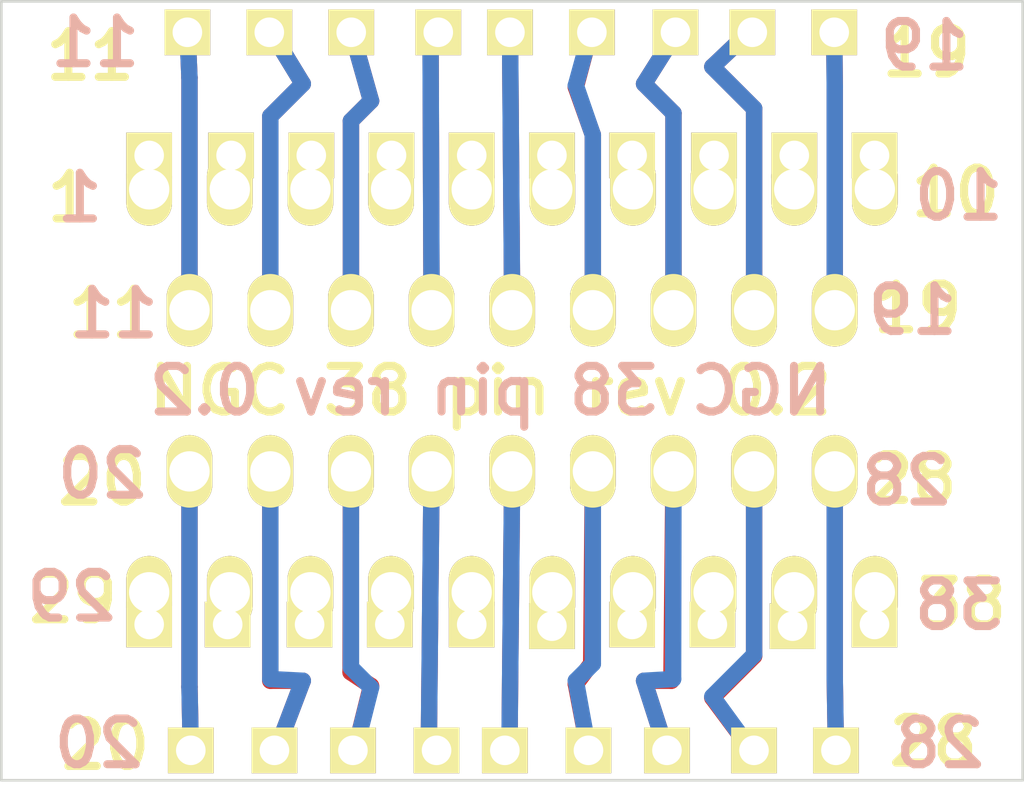
<source format=kicad_pcb>
(kicad_pcb (version 3) (host pcbnew "(2013-07-07 BZR 4022)-stable")

  (general
    (links 38)
    (no_connects 0)
    (area 130.949999 132.969 169.050001 165.061901)
    (thickness 1.6)
    (drawings 30)
    (tracks 96)
    (zones 0)
    (modules 5)
    (nets 39)
  )

  (page A)
  (title_block 
    (title "NGC 38 pin")
    (rev R0.1)
    (company rusEFI)
  )

  (layers
    (15 F.Cu signal)
    (0 B.Cu signal)
    (16 B.Adhes user)
    (17 F.Adhes user)
    (18 B.Paste user)
    (19 F.Paste user)
    (20 B.SilkS user)
    (21 F.SilkS user)
    (22 B.Mask user)
    (23 F.Mask user)
    (24 Dwgs.User user)
    (25 Cmts.User user)
    (26 Eco1.User user)
    (27 Eco2.User user)
    (28 Edge.Cuts user)
  )

  (setup
    (last_trace_width 0.6096)
    (trace_clearance 0.254)
    (zone_clearance 0.508)
    (zone_45_only no)
    (trace_min 0.254)
    (segment_width 0.2)
    (edge_width 0.1)
    (via_size 0.889)
    (via_drill 0.635)
    (via_min_size 0.889)
    (via_min_drill 0.508)
    (uvia_size 0.508)
    (uvia_drill 0.127)
    (uvias_allowed no)
    (uvia_min_size 0.508)
    (uvia_min_drill 0.127)
    (pcb_text_width 0.3)
    (pcb_text_size 1.5 1.5)
    (mod_edge_width 0.15)
    (mod_text_size 1 1)
    (mod_text_width 0.15)
    (pad_size 1.7 1.7)
    (pad_drill 1.1)
    (pad_to_mask_clearance 0)
    (aux_axis_origin 0 0)
    (visible_elements 7FFFFB3F)
    (pcbplotparams
      (layerselection 334528513)
      (usegerberextensions true)
      (excludeedgelayer true)
      (linewidth 0.150000)
      (plotframeref false)
      (viasonmask false)
      (mode 1)
      (useauxorigin false)
      (hpglpennumber 1)
      (hpglpenspeed 20)
      (hpglpendiameter 15)
      (hpglpenoverlay 2)
      (psnegative false)
      (psa4output false)
      (plotreference true)
      (plotvalue true)
      (plotothertext true)
      (plotinvisibletext false)
      (padsonsilk false)
      (subtractmaskfromsilk false)
      (outputformat 1)
      (mirror false)
      (drillshape 0)
      (scaleselection 1)
      (outputdirectory NGC_38_connector_gerber))
  )

  (net 0 "")
  (net 1 N-000001)
  (net 2 N-0000010)
  (net 3 N-0000011)
  (net 4 N-0000012)
  (net 5 N-0000013)
  (net 6 N-0000014)
  (net 7 N-0000015)
  (net 8 N-0000016)
  (net 9 N-0000017)
  (net 10 N-0000018)
  (net 11 N-0000019)
  (net 12 N-000002)
  (net 13 N-0000020)
  (net 14 N-0000021)
  (net 15 N-0000022)
  (net 16 N-0000023)
  (net 17 N-0000024)
  (net 18 N-0000025)
  (net 19 N-0000026)
  (net 20 N-0000027)
  (net 21 N-0000028)
  (net 22 N-0000029)
  (net 23 N-000003)
  (net 24 N-0000030)
  (net 25 N-0000031)
  (net 26 N-0000032)
  (net 27 N-0000033)
  (net 28 N-0000034)
  (net 29 N-0000035)
  (net 30 N-0000036)
  (net 31 N-0000037)
  (net 32 N-0000038)
  (net 33 N-000004)
  (net 34 N-000005)
  (net 35 N-000006)
  (net 36 N-000007)
  (net 37 N-000008)
  (net 38 N-000009)

  (net_class Default "This is the default net class."
    (clearance 0.254)
    (trace_width 0.6096)
    (via_dia 0.889)
    (via_drill 0.635)
    (uvia_dia 0.508)
    (uvia_drill 0.127)
    (add_net "")
    (add_net N-000001)
    (add_net N-0000010)
    (add_net N-0000011)
    (add_net N-0000012)
    (add_net N-0000013)
    (add_net N-0000014)
    (add_net N-0000015)
    (add_net N-0000016)
    (add_net N-0000017)
    (add_net N-0000018)
    (add_net N-0000019)
    (add_net N-000002)
    (add_net N-0000020)
    (add_net N-0000021)
    (add_net N-0000022)
    (add_net N-0000023)
    (add_net N-0000024)
    (add_net N-0000025)
    (add_net N-0000026)
    (add_net N-0000027)
    (add_net N-0000028)
    (add_net N-0000029)
    (add_net N-000003)
    (add_net N-0000030)
    (add_net N-0000031)
    (add_net N-0000032)
    (add_net N-0000033)
    (add_net N-0000034)
    (add_net N-0000035)
    (add_net N-0000036)
    (add_net N-0000037)
    (add_net N-0000038)
    (add_net N-000004)
    (add_net N-000005)
    (add_net N-000006)
    (add_net N-000007)
    (add_net N-000008)
    (add_net N-000009)
  )

  (module SIL-10 (layer F.Cu) (tedit 5569DE2C) (tstamp 5569D8A5)
    (at 149.708 141.237)
    (descr "Connecteur 10 pins")
    (tags "CONN DEV")
    (path /543BAEB3)
    (fp_text reference P2 (at -14.605 0) (layer F.SilkS) hide
      (effects (font (size 1.72974 1.08712) (thickness 0.27178)))
    )
    (fp_text value CONN_10 (at 6.35 -2.54) (layer F.SilkS) hide
      (effects (font (size 1.524 1.016) (thickness 0.254)))
    )
    (pad 1 thru_hole rect (at -13.208 0) (size 1.7 1.7) (drill 1.1)
      (layers *.Cu *.Mask F.SilkS)
      (net 3 N-0000011)
    )
    (pad 2 thru_hole rect (at -10.16 0) (size 1.7 1.7) (drill 1.1)
      (layers *.Cu *.Mask F.SilkS)
      (net 2 N-0000010)
    )
    (pad 3 thru_hole rect (at -7.1755 0) (size 1.7 1.7) (drill 1.1)
      (layers *.Cu *.Mask F.SilkS)
      (net 38 N-000009)
    )
    (pad 4 thru_hole rect (at -4.191 0) (size 1.7 1.7) (drill 1.1)
      (layers *.Cu *.Mask F.SilkS)
      (net 37 N-000008)
    )
    (pad 5 thru_hole rect (at -1.2065 0) (size 1.7 1.7) (drill 1.1)
      (layers *.Cu *.Mask F.SilkS)
      (net 36 N-000007)
    )
    (pad 6 thru_hole rect (at 1.778 0) (size 1.7 1.7) (drill 1.1)
      (layers *.Cu *.Mask F.SilkS)
      (net 35 N-000006)
    )
    (pad 7 thru_hole rect (at 4.7625 0) (size 1.7 1.7) (drill 1.1)
      (layers *.Cu *.Mask F.SilkS)
      (net 34 N-000005)
    )
    (pad 8 thru_hole rect (at 7.8105 0) (size 1.7 1.7) (drill 1.1)
      (layers *.Cu *.Mask F.SilkS)
      (net 33 N-000004)
    )
    (pad 9 thru_hole rect (at 10.795 0) (size 1.7 1.7) (drill 1.1)
      (layers *.Cu *.Mask F.SilkS)
      (net 23 N-000003)
    )
    (pad 10 thru_hole rect (at 13.7795 0) (size 1.7 1.7) (drill 1.1)
      (layers *.Cu *.Mask F.SilkS)
      (net 12 N-000002)
    )
  )

  (module SIL-9 (layer F.Cu) (tedit 5569E764) (tstamp 543ED05C)
    (at 149.733 163.3855)
    (descr "Connecteur 9 pins")
    (tags "CONN DEV")
    (path /543ECFDE)
    (fp_text reference P5 (at -13.335 0) (layer F.SilkS) hide
      (effects (font (size 1.72974 1.08712) (thickness 0.27178)))
    )
    (fp_text value CONN_9 (at 5.08 -2.54) (layer F.SilkS) hide
      (effects (font (size 1.524 1.016) (thickness 0.254)))
    )
    (pad 1 thru_hole rect (at -11.684 0) (size 1.7 1.7) (drill 1.1)
      (layers *.Cu *.Mask F.SilkS)
      (net 8 N-0000016)
    )
    (pad 2 thru_hole rect (at -8.5725 0) (size 1.7 1.7) (drill 1.1)
      (layers *.Cu *.Mask F.SilkS)
      (net 21 N-0000028)
    )
    (pad 3 thru_hole rect (at -5.6515 0) (size 1.7 1.7) (drill 1.1)
      (layers *.Cu *.Mask F.SilkS)
      (net 20 N-0000027)
    )
    (pad 4 thru_hole rect (at -2.54 0) (size 1.7 1.7) (drill 1.1)
      (layers *.Cu *.Mask F.SilkS)
      (net 19 N-0000026)
    )
    (pad 5 thru_hole rect (at 0 0) (size 1.7 1.7) (drill 1.1)
      (layers *.Cu *.Mask F.SilkS)
      (net 18 N-0000025)
    )
    (pad 6 thru_hole rect (at 3.1115 0) (size 1.7 1.7) (drill 1.1)
      (layers *.Cu *.Mask F.SilkS)
      (net 17 N-0000024)
    )
    (pad 7 thru_hole rect (at 6.0325 0) (size 1.7 1.7) (drill 1.1)
      (layers *.Cu *.Mask F.SilkS)
      (net 16 N-0000023)
    )
    (pad 8 thru_hole rect (at 9.271 0) (size 1.7 1.7) (drill 1.1)
      (layers *.Cu *.Mask F.SilkS)
      (net 15 N-0000022)
    )
    (pad 9 thru_hole rect (at 12.319 0) (size 1.7 1.7) (drill 1.1)
      (layers *.Cu *.Mask F.SilkS)
      (net 14 N-0000021)
    )
  )

  (module SIL-9 (layer F.Cu) (tedit 5569E703) (tstamp 543ED06E)
    (at 149.7965 136.652)
    (descr "Connecteur 9 pins")
    (tags "CONN DEV")
    (path /543ECFEB)
    (fp_text reference P3 (at -13.09 0.11) (layer F.SilkS) hide
      (effects (font (size 1.72974 1.08712) (thickness 0.27178)))
    )
    (fp_text value CONN_9 (at 5.08 -2.54) (layer F.SilkS) hide
      (effects (font (size 1.524 1.016) (thickness 0.254)))
    )
    (pad 1 thru_hole rect (at -11.8745 0) (size 1.7 1.7) (drill 1.1)
      (layers *.Cu *.Mask F.SilkS)
      (net 13 N-0000020)
    )
    (pad 2 thru_hole rect (at -8.8265 0) (size 1.7 1.7) (drill 1.1)
      (layers *.Cu *.Mask F.SilkS)
      (net 11 N-0000019)
    )
    (pad 3 thru_hole rect (at -5.7785 0) (size 1.7 1.7) (drill 1.1)
      (layers *.Cu *.Mask F.SilkS)
      (net 10 N-0000018)
    )
    (pad 4 thru_hole rect (at -2.54 0) (size 1.7 1.7) (drill 1.1)
      (layers *.Cu *.Mask F.SilkS)
      (net 9 N-0000017)
    )
    (pad 5 thru_hole rect (at 0.127 0) (size 1.7 1.7) (drill 1.1)
      (layers *.Cu *.Mask F.SilkS)
      (net 1 N-000001)
    )
    (pad 6 thru_hole rect (at 3.175 0) (size 1.7 1.7) (drill 1.1)
      (layers *.Cu *.Mask F.SilkS)
      (net 7 N-0000015)
    )
    (pad 7 thru_hole rect (at 6.2865 0) (size 1.7 1.7) (drill 1.1)
      (layers *.Cu *.Mask F.SilkS)
      (net 6 N-0000014)
    )
    (pad 8 thru_hole rect (at 9.144 0) (size 1.7 1.7) (drill 1.1)
      (layers *.Cu *.Mask F.SilkS)
      (net 5 N-0000013)
    )
    (pad 9 thru_hole rect (at 12.192 0) (size 1.7 1.7) (drill 1.1)
      (layers *.Cu *.Mask F.SilkS)
      (net 4 N-0000012)
    )
  )

  (module SIL-10 (layer F.Cu) (tedit 5569E2BE) (tstamp 543ED081)
    (at 149.2635 158.6995)
    (descr "Connecteur 10 pins")
    (tags "CONN DEV")
    (path /543ECFCF)
    (fp_text reference P4 (at -14.605 0) (layer F.SilkS) hide
      (effects (font (size 1.72974 1.08712) (thickness 0.27178)))
    )
    (fp_text value CONN_10 (at 6.35 -2.54) (layer F.SilkS) hide
      (effects (font (size 1.524 1.016) (thickness 0.254)))
    )
    (pad 1 thru_hole rect (at -12.7635 0) (size 1.7 1.7) (drill 1.1)
      (layers *.Cu *.Mask F.SilkS)
      (net 29 N-0000035)
    )
    (pad 2 thru_hole rect (at -9.8425 0) (size 1.7 1.7) (drill 1.1)
      (layers *.Cu *.Mask F.SilkS)
      (net 28 N-0000034)
    )
    (pad 3 thru_hole rect (at -6.7945 0) (size 1.7 1.7) (drill 1.1)
      (layers *.Cu *.Mask F.SilkS)
      (net 22 N-0000029)
    )
    (pad 4 thru_hole rect (at -3.81 0) (size 1.7 1.7) (drill 1.1)
      (layers *.Cu *.Mask F.SilkS)
      (net 26 N-0000032)
    )
    (pad 5 thru_hole rect (at -0.762 0) (size 1.7 1.7) (drill 1.1)
      (layers *.Cu *.Mask F.SilkS)
      (net 25 N-0000031)
    )
    (pad 6 thru_hole rect (at 2.2225 0.0635) (size 1.7 1.7) (drill 1.1)
      (layers *.Cu *.Mask F.SilkS)
      (net 24 N-0000030)
    )
    (pad 7 thru_hole rect (at 5.207 0) (size 1.7 1.7) (drill 1.1)
      (layers *.Cu *.Mask F.SilkS)
      (net 32 N-0000038)
    )
    (pad 8 thru_hole rect (at 8.1915 0) (size 1.7 1.7) (drill 1.1)
      (layers *.Cu *.Mask F.SilkS)
      (net 31 N-0000037)
    )
    (pad 9 thru_hole rect (at 11.176 0.0635) (size 1.7 1.7) (drill 1.1)
      (layers *.Cu *.Mask F.SilkS)
      (net 30 N-0000036)
    )
    (pad 10 thru_hole rect (at 14.224 0) (size 1.7 1.7) (drill 1.1)
      (layers *.Cu *.Mask F.SilkS)
      (net 27 N-0000033)
    )
  )

  (module PCM_C1 (layer F.Cu) (tedit 54478AE1) (tstamp 5446FAEB)
    (at 136.5 150)
    (descr PCM_CON_4x38_C1)
    (tags PCM_CON_4x38_C1)
    (path /543BAB9B)
    (fp_text reference P1 (at -1.27 0) (layer F.SilkS) hide
      (effects (font (size 1.5 1) (thickness 0.15)))
    )
    (fp_text value DIL38 (at -2.25 0) (layer F.SilkS) hide
      (effects (font (size 1.5 1) (thickness 0.15)))
    )
    (pad 1 thru_hole oval (at 0 -7.5) (size 1.7 2.7) (drill 1.5)
      (layers *.Cu *.Mask F.SilkS)
      (net 3 N-0000011)
      (zone_connect 2)
    )
    (pad 2 thru_hole oval (at 3 -7.5) (size 1.7 2.7) (drill 1.5)
      (layers *.Cu *.Mask F.SilkS)
      (net 2 N-0000010)
    )
    (pad 3 thru_hole oval (at 6 -7.5) (size 1.7 2.7) (drill 1.5)
      (layers *.Cu *.Mask F.SilkS)
      (net 38 N-000009)
    )
    (pad 4 thru_hole oval (at 9 -7.5) (size 1.7 2.7) (drill 1.5)
      (layers *.Cu *.Mask F.SilkS)
      (net 37 N-000008)
    )
    (pad 5 thru_hole oval (at 12 -7.5) (size 1.7 2.7) (drill 1.5)
      (layers *.Cu *.Mask F.SilkS)
      (net 36 N-000007)
    )
    (pad 6 thru_hole oval (at 15 -7.5) (size 1.7 2.7) (drill 1.5)
      (layers *.Cu *.Mask F.SilkS)
      (net 35 N-000006)
    )
    (pad 7 thru_hole oval (at 18 -7.5) (size 1.7 2.7) (drill 1.5)
      (layers *.Cu *.Mask F.SilkS)
      (net 34 N-000005)
    )
    (pad 8 thru_hole oval (at 21 -7.5) (size 1.7 2.7) (drill 1.5)
      (layers *.Cu *.Mask F.SilkS)
      (net 33 N-000004)
    )
    (pad 9 thru_hole oval (at 24 -7.5) (size 1.7 2.7) (drill 1.5)
      (layers *.Cu *.Mask F.SilkS)
      (net 23 N-000003)
    )
    (pad 10 thru_hole oval (at 27 -7.5) (size 1.7 2.7) (drill 1.5)
      (layers *.Cu *.Mask F.SilkS)
      (net 12 N-000002)
    )
    (pad 29 thru_hole oval (at 0 7.5) (size 1.7 2.7) (drill 1.5)
      (layers *.Cu *.Mask F.SilkS)
      (net 29 N-0000035)
    )
    (pad 30 thru_hole oval (at 3 7.5) (size 1.7 2.7) (drill 1.5)
      (layers *.Cu *.Mask F.SilkS)
      (net 28 N-0000034)
    )
    (pad 31 thru_hole oval (at 6 7.5) (size 1.7 2.7) (drill 1.5)
      (layers *.Cu *.Mask F.SilkS)
      (net 22 N-0000029)
    )
    (pad 32 thru_hole oval (at 9 7.5) (size 1.7 2.7) (drill 1.5)
      (layers *.Cu *.Mask F.SilkS)
      (net 26 N-0000032)
    )
    (pad 33 thru_hole oval (at 12 7.5) (size 1.7 2.7) (drill 1.5)
      (layers *.Cu *.Mask F.SilkS)
      (net 25 N-0000031)
    )
    (pad 34 thru_hole oval (at 15 7.5) (size 1.7 2.7) (drill 1.5)
      (layers *.Cu *.Mask F.SilkS)
      (net 24 N-0000030)
    )
    (pad 35 thru_hole oval (at 18 7.5) (size 1.7 2.7) (drill 1.5)
      (layers *.Cu *.Mask F.SilkS)
      (net 32 N-0000038)
    )
    (pad 36 thru_hole oval (at 21 7.5) (size 1.7 2.7) (drill 1.5)
      (layers *.Cu *.Mask F.SilkS)
      (net 31 N-0000037)
    )
    (pad 37 thru_hole oval (at 24 7.5) (size 1.7 2.7) (drill 1.5)
      (layers *.Cu *.Mask F.SilkS)
      (net 30 N-0000036)
    )
    (pad 38 thru_hole oval (at 27 7.5) (size 1.7 2.7) (drill 1.5)
      (layers *.Cu *.Mask F.SilkS)
      (net 27 N-0000033)
    )
    (pad 11 thru_hole oval (at 1.5 -3) (size 1.7 2.7) (drill 1.5)
      (layers *.Cu *.Mask F.SilkS)
      (net 13 N-0000020)
    )
    (pad 12 thru_hole oval (at 4.508 -3) (size 1.7 2.7) (drill 1.5)
      (layers *.Cu *.Mask F.SilkS)
      (net 11 N-0000019)
    )
    (pad 13 thru_hole oval (at 7.508 -3) (size 1.7 2.7) (drill 1.5)
      (layers *.Cu *.Mask F.SilkS)
      (net 10 N-0000018)
    )
    (pad 14 thru_hole oval (at 10.508 -3) (size 1.7 2.7) (drill 1.5)
      (layers *.Cu *.Mask F.SilkS)
      (net 9 N-0000017)
    )
    (pad 15 thru_hole oval (at 13.508 -3) (size 1.7 2.7) (drill 1.5)
      (layers *.Cu *.Mask F.SilkS)
      (net 1 N-000001)
    )
    (pad 16 thru_hole oval (at 16.508 -3) (size 1.7 2.7) (drill 1.5)
      (layers *.Cu *.Mask F.SilkS)
      (net 7 N-0000015)
    )
    (pad 17 thru_hole oval (at 19.508 -3) (size 1.7 2.7) (drill 1.5)
      (layers *.Cu *.Mask F.SilkS)
      (net 6 N-0000014)
    )
    (pad 18 thru_hole oval (at 22.508 -3) (size 1.7 2.7) (drill 1.5)
      (layers *.Cu *.Mask F.SilkS)
      (net 5 N-0000013)
    )
    (pad 19 thru_hole oval (at 25.508 -3) (size 1.7 2.7) (drill 1.5)
      (layers *.Cu *.Mask F.SilkS)
      (net 4 N-0000012)
    )
    (pad 20 thru_hole oval (at 1.5 3) (size 1.7 2.7) (drill 1.5)
      (layers *.Cu *.Mask F.SilkS)
      (net 8 N-0000016)
    )
    (pad 21 thru_hole oval (at 4.508 3) (size 1.7 2.7) (drill 1.5)
      (layers *.Cu *.Mask F.SilkS)
      (net 21 N-0000028)
    )
    (pad 22 thru_hole oval (at 7.508 3) (size 1.7 2.7) (drill 1.5)
      (layers *.Cu *.Mask F.SilkS)
      (net 20 N-0000027)
    )
    (pad 23 thru_hole oval (at 10.508 3) (size 1.7 2.7) (drill 1.5)
      (layers *.Cu *.Mask F.SilkS)
      (net 19 N-0000026)
    )
    (pad 24 thru_hole oval (at 13.508 3) (size 1.7 2.7) (drill 1.5)
      (layers *.Cu *.Mask F.SilkS)
      (net 18 N-0000025)
    )
    (pad 25 thru_hole oval (at 16.508 3) (size 1.7 2.7) (drill 1.5)
      (layers *.Cu *.Mask F.SilkS)
      (net 17 N-0000024)
    )
    (pad 26 thru_hole oval (at 19.508 3) (size 1.7 2.7) (drill 1.5)
      (layers *.Cu *.Mask F.SilkS)
      (net 16 N-0000023)
    )
    (pad 27 thru_hole oval (at 22.508 3) (size 1.7 2.7) (drill 1.5)
      (layers *.Cu *.Mask F.SilkS)
      (net 15 N-0000022)
    )
    (pad 28 thru_hole oval (at 25.508 3) (size 1.7 2.7) (drill 1.5)
      (layers *.Cu *.Mask F.SilkS)
      (net 14 N-0000021)
    )
  )

  (gr_text 20 (at 134.62 163.1315) (layer B.SilkS)
    (effects (font (size 1.7 1.7) (thickness 0.3)) (justify mirror))
  )
  (gr_text 20 (at 134.747 153.0985) (layer B.SilkS)
    (effects (font (size 1.7 1.7) (thickness 0.3)) (justify mirror))
  )
  (gr_text 28 (at 165.9255 163.1315) (layer B.SilkS)
    (effects (font (size 1.7 1.7) (thickness 0.3)) (justify mirror))
  )
  (gr_text 28 (at 164.6555 153.3525) (layer B.SilkS)
    (effects (font (size 1.7 1.7) (thickness 0.3)) (justify mirror))
  )
  (gr_text 28 (at 164.9095 153.289) (layer F.SilkS)
    (effects (font (size 1.7 1.7) (thickness 0.3)))
  )
  (gr_text 28 (at 165.6715 163.068) (layer F.SilkS)
    (effects (font (size 1.7 1.7) (thickness 0.3)))
  )
  (gr_text 20 (at 134.874 163.195) (layer F.SilkS)
    (effects (font (size 1.7 1.7) (thickness 0.3)))
  )
  (gr_text 20 (at 134.747 153.3525) (layer F.SilkS)
    (effects (font (size 1.7 1.7) (thickness 0.3)))
  )
  (gr_text 38 (at 166.751 157.9245) (layer F.SilkS)
    (effects (font (size 1.7 1.7) (thickness 0.3)))
  )
  (gr_text 29 (at 133.6675 157.734) (layer F.SilkS)
    (effects (font (size 1.7 1.7) (thickness 0.3)))
  )
  (gr_text 29 (at 133.604 157.6705) (layer B.SilkS)
    (effects (font (size 1.7 1.7) (thickness 0.3)) (justify mirror))
  )
  (gr_text 11 (at 135.1915 147.1295) (layer B.SilkS)
    (effects (font (size 1.7 1.7) (thickness 0.3)) (justify mirror))
  )
  (gr_text 11 (at 134.493 137.033) (layer B.SilkS)
    (effects (font (size 1.7 1.7) (thickness 0.3)) (justify mirror))
  )
  (gr_text 11 (at 135.128 147.1295) (layer F.SilkS)
    (effects (font (size 1.7 1.7) (thickness 0.3)))
  )
  (gr_text 11 (at 134.3025 137.541) (layer F.SilkS)
    (effects (font (size 1.7 1.7) (thickness 0.3)))
  )
  (gr_text 1 (at 133.5405 142.8115) (layer F.SilkS)
    (effects (font (size 1.7 1.7) (thickness 0.3)))
  )
  (gr_text 1 (at 133.9215 142.8115) (layer B.SilkS)
    (effects (font (size 1.7 1.7) (thickness 0.3)) (justify mirror))
  )
  (gr_text 19 (at 165.354 137.16) (layer B.SilkS)
    (effects (font (size 1.7 1.7) (thickness 0.3)) (justify mirror))
  )
  (gr_text 19 (at 165.4175 137.414) (layer F.SilkS)
    (effects (font (size 1.7 1.7) (thickness 0.3)))
  )
  (gr_text 19 (at 165.1 146.939) (layer F.SilkS)
    (effects (font (size 1.7 1.7) (thickness 0.3)))
  )
  (gr_text 10 (at 166.497 142.621) (layer F.SilkS)
    (effects (font (size 1.7 1.7) (thickness 0.3)))
  )
  (gr_text 38 (at 166.624 157.988) (layer B.SilkS)
    (effects (font (size 1.7 1.7) (thickness 0.3)) (justify mirror))
  )
  (gr_text 19 (at 164.9095 147.0025) (layer B.SilkS)
    (effects (font (size 1.7 1.7) (thickness 0.3)) (justify mirror))
  )
  (gr_text 10 (at 166.624 142.748) (layer B.SilkS)
    (effects (font (size 1.7 1.7) (thickness 0.3)) (justify mirror))
  )
  (gr_text "NGC 38 pin rev 0.2" (at 149.2 150) (layer B.SilkS)
    (effects (font (size 1.7 1.7) (thickness 0.3)) (justify mirror))
  )
  (gr_line (start 169 135.5) (end 131 135.5) (angle 90) (layer Edge.Cuts) (width 0.1))
  (gr_line (start 169 164.5) (end 169 135.5) (angle 90) (layer Edge.Cuts) (width 0.1))
  (gr_line (start 131 164.5) (end 131 135.5) (angle 90) (layer Edge.Cuts) (width 0.1))
  (gr_line (start 169 164.5) (end 131 164.5) (angle 90) (layer Edge.Cuts) (width 0.1))
  (gr_text "NGC 38 pin rev 0.2" (at 149.2 150) (layer F.SilkS)
    (effects (font (size 1.7 1.7) (thickness 0.3)))
  )

  (segment (start 150.008 147) (end 149.9235 136.271) (width 0.6096) (layer F.Cu) (net 1) (status 20))
  (segment (start 149.9235 136.271) (end 149.9235 136.271) (width 0.6096) (layer F.Cu) (net 1) (tstamp 54471B44) (status 30))
  (segment (start 150.008 147) (end 149.9235 136.271) (width 0.6096) (layer B.Cu) (net 1) (status 20))
  (segment (start 149.9235 136.271) (end 149.9235 136.271) (width 0.6096) (layer B.Cu) (net 1) (tstamp 544718A4) (status 30))
  (segment (start 149.9235 136.271) (end 149.9235 136.271) (width 0.254) (layer F.Cu) (net 1) (tstamp 544638F0) (status 30))
  (segment (start 162.008 147) (end 162.008 138.678) (width 0.6096) (layer F.Cu) (net 4))
  (segment (start 162.008 138.678) (end 161.9885 136.5885) (width 0.6096) (layer F.Cu) (net 4) (tstamp 54471B02) (status 20))
  (segment (start 162.008 147) (end 162.008 138.678) (width 0.6096) (layer B.Cu) (net 4))
  (segment (start 162.008 138.678) (end 161.9885 136.5885) (width 0.6096) (layer B.Cu) (net 4) (tstamp 5447186E) (status 20))
  (segment (start 159.008 147) (end 159.008 139.488) (width 0.6096) (layer F.Cu) (net 5))
  (segment (start 159.008 139.488) (end 157.455 137.935) (width 0.6096) (layer F.Cu) (net 5) (tstamp 54471B13))
  (segment (start 157.455 137.935) (end 158.9405 136.525) (width 0.6096) (layer F.Cu) (net 5) (tstamp 54471B15) (status 20))
  (segment (start 159.008 147) (end 159.008 139.488) (width 0.6096) (layer B.Cu) (net 5))
  (segment (start 157.455 137.935) (end 158.9405 136.525) (width 0.6096) (layer B.Cu) (net 5) (tstamp 54471882) (status 20))
  (segment (start 159.008 139.488) (end 157.455 137.935) (width 0.6096) (layer B.Cu) (net 5) (tstamp 5447187B))
  (segment (start 156.008 147) (end 156.008 139.663) (width 0.6096) (layer F.Cu) (net 6))
  (segment (start 156.008 139.663) (end 154.915 138.57) (width 0.6096) (layer F.Cu) (net 6) (tstamp 54471B24))
  (segment (start 154.915 138.57) (end 156.083 136.7155) (width 0.6096) (layer F.Cu) (net 6) (tstamp 54471B26) (status 20))
  (segment (start 156.008 147) (end 156.008 139.663) (width 0.6096) (layer B.Cu) (net 6))
  (segment (start 154.915 138.57) (end 156.083 136.7155) (width 0.6096) (layer B.Cu) (net 6) (tstamp 5447188D) (status 20))
  (segment (start 156.008 139.663) (end 154.915 138.57) (width 0.6096) (layer B.Cu) (net 6) (tstamp 5447188B))
  (segment (start 153.008 147) (end 153.008 140.473) (width 0.6096) (layer F.Cu) (net 7))
  (segment (start 152.375 138.697) (end 152.9715 136.4615) (width 0.6096) (layer F.Cu) (net 7) (tstamp 54471B36) (status 20))
  (segment (start 153.008 147) (end 153.008 140.473) (width 0.6096) (layer B.Cu) (net 7))
  (segment (start 152.375 138.6335) (end 152.9715 136.4615) (width 0.6096) (layer B.Cu) (net 7) (tstamp 5447189B) (status 20))
  (segment (start 153.008 140.473) (end 152.375 138.697) (width 0.6096) (layer F.Cu) (net 7) (tstamp 54471B34))
  (segment (start 153.008 140.473) (end 152.375 138.6335) (width 0.6096) (layer B.Cu) (net 7) (tstamp 54471897))
  (segment (start 138 153) (end 138 161.025) (width 0.6096) (layer F.Cu) (net 8))
  (segment (start 138 161.025) (end 138.049 163.322) (width 0.6096) (layer F.Cu) (net 8) (tstamp 54471A81) (status 20))
  (segment (start 138 153) (end 138 161.025) (width 0.6096) (layer B.Cu) (net 8))
  (segment (start 138 161.025) (end 138.049 163.322) (width 0.6096) (layer B.Cu) (net 8) (tstamp 544717A5) (status 20))
  (segment (start 147.008 147) (end 146.9695 136.939) (width 0.6096) (layer F.Cu) (net 9) (status 20))
  (segment (start 146.9695 136.939) (end 147.2565 136.652) (width 0.6096) (layer F.Cu) (net 9) (tstamp 54471B53) (status 30))
  (segment (start 147.008 147) (end 146.9695 136.939) (width 0.6096) (layer B.Cu) (net 9) (status 20))
  (segment (start 146.9695 136.939) (end 147.2565 136.652) (width 0.6096) (layer B.Cu) (net 9) (tstamp 544718AE) (status 30))
  (segment (start 144.008 147) (end 144.008 139.952) (width 0.6096) (layer F.Cu) (net 10))
  (segment (start 144.008 139.952) (end 144.755 139.205) (width 0.6096) (layer F.Cu) (net 10) (tstamp 54471B62))
  (segment (start 144.755 139.205) (end 144.018 136.5885) (width 0.6096) (layer F.Cu) (net 10) (tstamp 54471B64) (status 20))
  (segment (start 144.008 147) (end 144.008 139.952) (width 0.6096) (layer B.Cu) (net 10))
  (segment (start 144.755 139.205) (end 144.018 136.5885) (width 0.6096) (layer B.Cu) (net 10) (tstamp 544718BB) (status 20))
  (segment (start 144.008 139.952) (end 144.755 139.205) (width 0.6096) (layer B.Cu) (net 10) (tstamp 544718B8))
  (segment (start 141.008 147) (end 141.008 139.777) (width 0.6096) (layer F.Cu) (net 11))
  (segment (start 141.008 139.777) (end 142.215 138.57) (width 0.6096) (layer F.Cu) (net 11) (tstamp 54471B72))
  (segment (start 142.215 138.57) (end 140.97 136.525) (width 0.6096) (layer F.Cu) (net 11) (tstamp 54471B75) (status 20))
  (segment (start 141.008 147) (end 141.008 139.777) (width 0.6096) (layer B.Cu) (net 11))
  (segment (start 142.215 138.57) (end 140.97 136.525) (width 0.6096) (layer B.Cu) (net 11) (tstamp 544718C6) (status 20))
  (segment (start 141.008 139.777) (end 142.215 138.57) (width 0.6096) (layer B.Cu) (net 11) (tstamp 544718C4))
  (segment (start 138 147) (end 138 138.34) (width 0.6096) (layer F.Cu) (net 13))
  (segment (start 138 138.34) (end 137.922 136.5885) (width 0.6096) (layer F.Cu) (net 13) (tstamp 54471B84) (status 20))
  (segment (start 138 147) (end 138 138.34) (width 0.6096) (layer B.Cu) (net 13))
  (segment (start 138 138.34) (end 137.922 136.5885) (width 0.6096) (layer B.Cu) (net 13) (tstamp 544718CF) (status 20))
  (segment (start 162.008 153) (end 162.008 160.687) (width 0.6096) (layer F.Cu) (net 14))
  (segment (start 162.008 160.687) (end 162.052 163.322) (width 0.6096) (layer F.Cu) (net 14) (tstamp 54471ADE) (status 20))
  (segment (start 162.008 153) (end 162.008 160.687) (width 0.6096) (layer B.Cu) (net 14))
  (segment (start 162.008 160.687) (end 162.052 163.322) (width 0.6096) (layer B.Cu) (net 14) (tstamp 54471815) (status 20))
  (segment (start 159.008 153) (end 159.008 159.877) (width 0.6096) (layer F.Cu) (net 15))
  (segment (start 159.008 159.877) (end 157.455 161.43) (width 0.6096) (layer F.Cu) (net 15) (tstamp 54471AD2))
  (segment (start 157.455 161.43) (end 159.004 163.5125) (width 0.6096) (layer F.Cu) (net 15) (tstamp 54471AD4) (status 20))
  (segment (start 159.008 153) (end 159.008 159.828318) (width 0.6096) (layer B.Cu) (net 15))
  (segment (start 157.455 161.381318) (end 159.004 163.5125) (width 0.6096) (layer B.Cu) (net 15) (tstamp 5447180C) (status 20))
  (segment (start 159.008 159.828318) (end 157.455 161.381318) (width 0.6096) (layer B.Cu) (net 15) (tstamp 54471809))
  (segment (start 156.008 153) (end 155.931 160.795) (width 0.6096) (layer F.Cu) (net 16))
  (segment (start 155.931 160.795) (end 154.915 160.795) (width 0.6096) (layer F.Cu) (net 16) (tstamp 54471AC8))
  (segment (start 154.915 160.795) (end 155.7655 163.449) (width 0.6096) (layer F.Cu) (net 16) (tstamp 54471AC9) (status 20))
  (segment (start 156.008 153) (end 155.9945 160.7315) (width 0.6096) (layer B.Cu) (net 16))
  (segment (start 154.915 160.795) (end 155.7655 163.449) (width 0.6096) (layer B.Cu) (net 16) (tstamp 544717F9) (status 20))
  (segment (start 155.9945 160.7315) (end 154.915 160.795) (width 0.6096) (layer B.Cu) (net 16) (tstamp 544717F7))
  (segment (start 153.008 153) (end 152.9465 160.16) (width 0.6096) (layer F.Cu) (net 17))
  (segment (start 152.375 160.922) (end 152.8445 163.3855) (width 0.6096) (layer F.Cu) (net 17) (tstamp 54471ABF) (status 20))
  (segment (start 153.008 153) (end 153.008 160.162) (width 0.6096) (layer B.Cu) (net 17))
  (segment (start 152.375 160.795) (end 152.8445 163.3855) (width 0.6096) (layer B.Cu) (net 17) (tstamp 544717DF) (status 20))
  (segment (start 152.8445 163.3855) (end 152.8445 163.3855) (width 0.254) (layer F.Cu) (net 17) (tstamp 5446392F) (status 30))
  (segment (start 152.9465 160.16) (end 152.375 160.922) (width 0.6096) (layer F.Cu) (net 17) (tstamp 54471ABC))
  (segment (start 153.008 160.162) (end 152.375 160.795) (width 0.6096) (layer B.Cu) (net 17) (tstamp 544717DC))
  (segment (start 150.008 153) (end 149.906 163.2125) (width 0.6096) (layer F.Cu) (net 18) (status 20))
  (segment (start 149.906 163.2125) (end 149.733 163.3855) (width 0.6096) (layer F.Cu) (net 18) (tstamp 54471AB4) (status 30))
  (segment (start 150.008 153) (end 149.906 163.2125) (width 0.6096) (layer B.Cu) (net 18) (status 20))
  (segment (start 149.906 163.2125) (end 149.733 163.3855) (width 0.6096) (layer B.Cu) (net 18) (tstamp 544717D3) (status 30))
  (segment (start 149.746 163.3725) (end 149.733 163.3855) (width 0.254) (layer F.Cu) (net 18) (tstamp 5446392C) (status 30))
  (segment (start 147.008 153) (end 146.906 163.0985) (width 0.6096) (layer F.Cu) (net 19) (status 20))
  (segment (start 146.906 163.0985) (end 147.193 163.3855) (width 0.6096) (layer F.Cu) (net 19) (tstamp 54471AAB) (status 30))
  (segment (start 147.008 153) (end 146.906 163.0985) (width 0.6096) (layer B.Cu) (net 19) (status 20))
  (segment (start 146.906 163.0985) (end 147.193 163.3855) (width 0.6096) (layer B.Cu) (net 19) (tstamp 544717CB) (status 30))
  (segment (start 146.746 162.9385) (end 147.193 163.3855) (width 0.254) (layer F.Cu) (net 19) (tstamp 54463941) (status 30))
  (segment (start 144.008 153) (end 143.993 160.4775) (width 0.6096) (layer F.Cu) (net 20))
  (segment (start 143.993 160.4775) (end 144.755 160.9855) (width 0.6096) (layer F.Cu) (net 20) (tstamp 54471AA0))
  (segment (start 144.755 160.9855) (end 144.0815 163.703) (width 0.6096) (layer F.Cu) (net 20) (tstamp 54471AA3) (status 20))
  (segment (start 144.008 153) (end 144.008 160.302) (width 0.6096) (layer B.Cu) (net 20))
  (segment (start 144.755 161.049) (end 144.0815 163.703) (width 0.6096) (layer B.Cu) (net 20) (tstamp 544717C1) (status 20))
  (segment (start 144.008 160.302) (end 144.755 161.049) (width 0.6096) (layer B.Cu) (net 20) (tstamp 544717BF))
  (segment (start 141.008 153) (end 141.0085 160.795) (width 0.6096) (layer F.Cu) (net 21))
  (segment (start 141.0085 160.795) (end 142.215 160.795) (width 0.6096) (layer F.Cu) (net 21) (tstamp 54471A93))
  (segment (start 142.215 160.795) (end 141.1605 163.576) (width 0.6096) (layer F.Cu) (net 21) (tstamp 54471A96) (status 20))
  (segment (start 141.008 153) (end 141.0085 160.7315) (width 0.6096) (layer B.Cu) (net 21))
  (segment (start 142.215 160.795) (end 141.1605 163.576) (width 0.6096) (layer B.Cu) (net 21) (tstamp 544717B4) (status 20))
  (segment (start 141.0085 160.7315) (end 142.215 160.795) (width 0.6096) (layer B.Cu) (net 21) (tstamp 544717B2))

)

</source>
